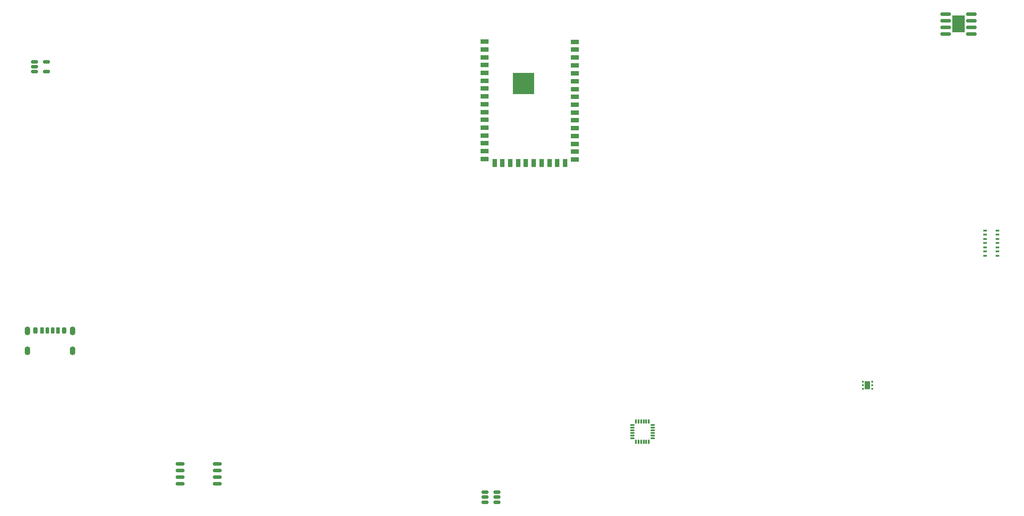
<source format=gbr>
%TF.GenerationSoftware,KiCad,Pcbnew,9.0.0*%
%TF.CreationDate,2025-04-09T11:56:36+05:30*%
%TF.ProjectId,IoT enabled health monitor,496f5420-656e-4616-926c-656420686561,rev?*%
%TF.SameCoordinates,Original*%
%TF.FileFunction,Soldermask,Top*%
%TF.FilePolarity,Negative*%
%FSLAX46Y46*%
G04 Gerber Fmt 4.6, Leading zero omitted, Abs format (unit mm)*
G04 Created by KiCad (PCBNEW 9.0.0) date 2025-04-09 11:56:36*
%MOMM*%
%LPD*%
G01*
G04 APERTURE LIST*
G04 Aperture macros list*
%AMRoundRect*
0 Rectangle with rounded corners*
0 $1 Rounding radius*
0 $2 $3 $4 $5 $6 $7 $8 $9 X,Y pos of 4 corners*
0 Add a 4 corners polygon primitive as box body*
4,1,4,$2,$3,$4,$5,$6,$7,$8,$9,$2,$3,0*
0 Add four circle primitives for the rounded corners*
1,1,$1+$1,$2,$3*
1,1,$1+$1,$4,$5*
1,1,$1+$1,$6,$7*
1,1,$1+$1,$8,$9*
0 Add four rect primitives between the rounded corners*
20,1,$1+$1,$2,$3,$4,$5,0*
20,1,$1+$1,$4,$5,$6,$7,0*
20,1,$1+$1,$6,$7,$8,$9,0*
20,1,$1+$1,$8,$9,$2,$3,0*%
G04 Aperture macros list end*
%ADD10RoundRect,0.150000X-0.512500X-0.150000X0.512500X-0.150000X0.512500X0.150000X-0.512500X0.150000X0*%
%ADD11R,1.500000X0.900000*%
%ADD12R,0.900000X1.500000*%
%ADD13R,4.100000X4.100000*%
%ADD14RoundRect,0.150000X-0.825000X-0.150000X0.825000X-0.150000X0.825000X0.150000X-0.825000X0.150000X0*%
%ADD15R,2.410000X3.300000*%
%ADD16RoundRect,0.162500X-0.650000X-0.162500X0.650000X-0.162500X0.650000X0.162500X-0.650000X0.162500X0*%
%ADD17RoundRect,0.093750X-0.093750X-0.106250X0.093750X-0.106250X0.093750X0.106250X-0.093750X0.106250X0*%
%ADD18R,1.000000X1.600000*%
%ADD19RoundRect,0.075000X-0.350000X-0.075000X0.350000X-0.075000X0.350000X0.075000X-0.350000X0.075000X0*%
%ADD20RoundRect,0.075000X0.075000X-0.350000X0.075000X0.350000X-0.075000X0.350000X-0.075000X-0.350000X0*%
%ADD21RoundRect,0.087500X-0.287500X-0.087500X0.287500X-0.087500X0.287500X0.087500X-0.287500X0.087500X0*%
%ADD22RoundRect,0.175000X-0.175000X-0.425000X0.175000X-0.425000X0.175000X0.425000X-0.175000X0.425000X0*%
%ADD23RoundRect,0.190000X0.190000X0.410000X-0.190000X0.410000X-0.190000X-0.410000X0.190000X-0.410000X0*%
%ADD24RoundRect,0.200000X0.200000X0.400000X-0.200000X0.400000X-0.200000X-0.400000X0.200000X-0.400000X0*%
%ADD25RoundRect,0.175000X0.175000X0.425000X-0.175000X0.425000X-0.175000X-0.425000X0.175000X-0.425000X0*%
%ADD26RoundRect,0.190000X-0.190000X-0.410000X0.190000X-0.410000X0.190000X0.410000X-0.190000X0.410000X0*%
%ADD27RoundRect,0.200000X-0.200000X-0.400000X0.200000X-0.400000X0.200000X0.400000X-0.200000X0.400000X0*%
%ADD28O,1.100000X1.700000*%
G04 APERTURE END LIST*
D10*
%TO.C,U9*%
X148475000Y-150600000D03*
X148475000Y-151550000D03*
X148475000Y-152500000D03*
X150750000Y-152500000D03*
X150750000Y-151550000D03*
X150750000Y-150600000D03*
%TD*%
D11*
%TO.C,U8*%
X148392500Y-64230000D03*
X148392500Y-65730000D03*
X148392500Y-67230000D03*
X148392500Y-68730000D03*
X148392500Y-70230000D03*
X148392500Y-71730000D03*
X148392500Y-73230000D03*
X148392500Y-74730000D03*
X148392500Y-76230000D03*
X148392500Y-77730000D03*
X148392500Y-79230000D03*
X148392500Y-80730000D03*
X148392500Y-82230000D03*
X148392500Y-83730000D03*
X148392500Y-85230000D03*
X148392500Y-86730000D03*
D12*
X150267500Y-87480000D03*
X151767500Y-87480000D03*
X153267500Y-87480000D03*
X154767500Y-87480000D03*
X156267500Y-87480000D03*
X157767500Y-87480000D03*
X159267500Y-87480000D03*
X160767500Y-87480000D03*
X162267500Y-87480000D03*
X163767500Y-87480000D03*
D11*
X165642500Y-86830000D03*
X165642500Y-85330000D03*
X165642500Y-83830000D03*
X165642500Y-82330000D03*
X165642500Y-80830000D03*
X165642500Y-79330000D03*
X165642500Y-77830000D03*
X165642500Y-76330000D03*
X165642500Y-74830000D03*
X165642500Y-73330000D03*
X165642500Y-71830000D03*
X165642500Y-70330000D03*
X165642500Y-68830000D03*
X165642500Y-67230000D03*
X165642500Y-65730000D03*
X165642500Y-64330000D03*
D13*
X155827500Y-72270000D03*
%TD*%
D14*
%TO.C,U7*%
X236550000Y-58940000D03*
X236550000Y-60210000D03*
X236550000Y-61480000D03*
X236550000Y-62750000D03*
X241500000Y-62750000D03*
X241500000Y-61480000D03*
X241500000Y-60210000D03*
X241500000Y-58940000D03*
D15*
X239025000Y-60845000D03*
%TD*%
D10*
%TO.C,U6*%
X62225000Y-68100000D03*
X62225000Y-69050000D03*
X62225000Y-70000000D03*
X64500000Y-70000000D03*
X64500000Y-68100000D03*
%TD*%
D16*
%TO.C,U4*%
X90075000Y-145190000D03*
X90075000Y-146460000D03*
X90075000Y-147730000D03*
X90075000Y-149000000D03*
X97250000Y-149000000D03*
X97250000Y-147730000D03*
X97250000Y-146460000D03*
X97250000Y-145190000D03*
%TD*%
D17*
%TO.C,U3*%
X220725000Y-129450000D03*
X220725000Y-130100000D03*
X220725000Y-130750000D03*
X222500000Y-130750000D03*
X222500000Y-130100000D03*
X222500000Y-129450000D03*
D18*
X221612500Y-130100000D03*
%TD*%
D19*
%TO.C,U2*%
X176600000Y-137750000D03*
X176600000Y-138250000D03*
X176600000Y-138750000D03*
X176600000Y-139250000D03*
X176600000Y-139750000D03*
X176600000Y-140250000D03*
D20*
X177300000Y-140950000D03*
X177800000Y-140950000D03*
X178300000Y-140950000D03*
X178800000Y-140950000D03*
X179300000Y-140950000D03*
X179800000Y-140950000D03*
D19*
X180500000Y-140250000D03*
X180500000Y-139750000D03*
X180500000Y-139250000D03*
X180500000Y-138750000D03*
X180500000Y-138250000D03*
X180500000Y-137750000D03*
D20*
X179800000Y-137050000D03*
X179300000Y-137050000D03*
X178800000Y-137050000D03*
X178300000Y-137050000D03*
X177800000Y-137050000D03*
X177300000Y-137050000D03*
%TD*%
D21*
%TO.C,U1*%
X244100000Y-100450000D03*
X244100000Y-101250000D03*
X244100000Y-102050000D03*
X244100000Y-102850000D03*
X244100000Y-103650000D03*
X244100000Y-104450000D03*
X244100000Y-105250000D03*
X246500000Y-105250000D03*
X246500000Y-104450000D03*
X246500000Y-103650000D03*
X246500000Y-102850000D03*
X246500000Y-102050000D03*
X246500000Y-101250000D03*
X246500000Y-100450000D03*
%TD*%
D22*
%TO.C,J1*%
X64680000Y-119620000D03*
D23*
X66700000Y-119620000D03*
D24*
X67930000Y-119620000D03*
D25*
X65680000Y-119620000D03*
D26*
X63660000Y-119620000D03*
D27*
X62430000Y-119620000D03*
D28*
X60860000Y-119700000D03*
X60860000Y-123500000D03*
X69500000Y-119700000D03*
X69500000Y-123500000D03*
%TD*%
M02*

</source>
